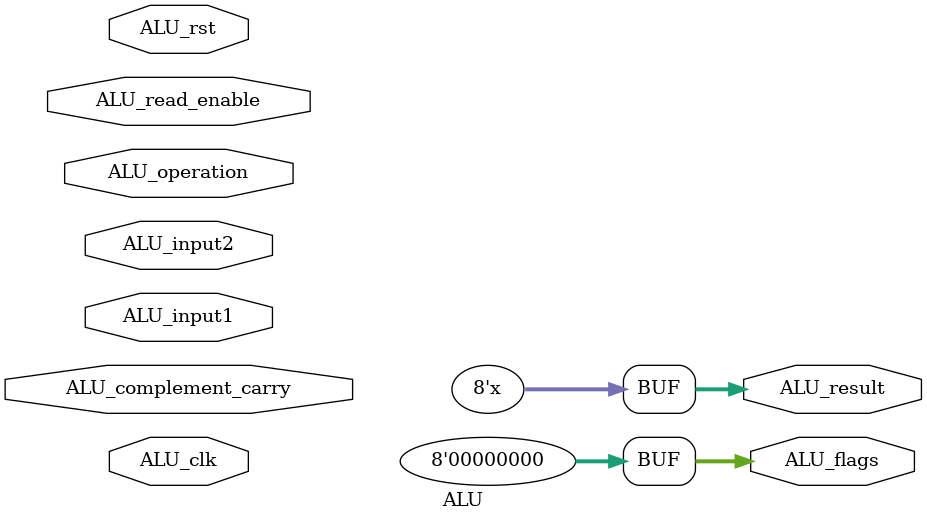
<source format=v>
module ALU(
    input wire ALU_clk,
    input wire ALU_rst,
    input wire [7:0] ALU_input1,
    input wire [7:0] ALU_input2,

    input wire [2:0] ALU_operation, //Add, sub, and, or, nand, nor, xor, xnor
    input wire ALU_read_enable,
    input wire ALU_complement_carry, // Carry from the 2's complement operation

    
    output reg [7:0] ALU_result = 8'b0,
    output reg [7:0] ALU_flags = 8'b0
);

reg [7:0] ALU_input1_reg = 8'b0;
reg [7:0] ALU_input2_reg = 8'b0;
reg [8:0] ALU_result_reg = 8'b0;
reg [7:0] ALU_status_flag = 8'b0;

/*
status flags: bit 0 to bit 7
bit 0 - carry flag
bit 1 - all zeros flag (result register contains all zeros)
bit 2 - all ones flag (result register contains all ones)
bit 3 - parity flag (1 means even number of ones in result, 0 means odd number of ones in the result)
bit 4 - bit 4 - complement carry flag (1 means carry from the 2's complement operation, 0 means no carry)

*/

always @ (*) begin

if (ALU_rst == 1) begin
    ALU_result_reg <= 0;
    ALU_status_flag <= 0;
end
else begin
    ALU_input1_reg <= ALU_input1;
    ALU_input2_reg <= ALU_input2;
    case ({ALU_clk, ALU_operation})
        000 : ALU_result_reg <= ALU_input1_reg + ALU_input2_reg; //add
        001 : ALU_result_reg <= ALU_input1_reg & ALU_input2_reg; //and
        010 : ALU_result_reg <= ALU_input1_reg | ALU_input2_reg; //or
        011 : ALU_result_reg <= ~(ALU_input1_reg & ALU_input2_reg); //nand
        100 : ALU_result_reg <= ~(ALU_input1_reg | ALU_input2_reg); //nor
        101 : ALU_result_reg <= ALU_input1_reg ^ ALU_input2_reg; //xor
        110 : ALU_result_reg <= ~(ALU_input1_reg ^ ALU_input2_reg); //xnor
        111 : ALU_result_reg <= ALU_input1_reg + ALU_input2_reg; //sub
        default: ALU_result_reg <= ALU_input1_reg + ALU_input2_reg; //add as default operation
    endcase
        if (ALU_result_reg[8] == 1) begin
            ALU_status_flag[0] <= 1;
        end else begin
            ALU_status_flag[0] <= 0; //carry flag
        end
        if (ALU_result_reg == 0) begin
            ALU_status_flag[1] <= 1; //all zeros flag
        end else begin
            ALU_status_flag[1] <= 0;
        end
        if (ALU_result_reg == 8'hFF) begin
            ALU_status_flag[2] <= 1; //all ones flag
        end else begin
            ALU_status_flag[2] <= 0;
        end

        // Calculate parity flag
        ALU_status_flag[3] <= (((((((ALU_result_reg[0] ^ ALU_result_reg[1]) ^ ALU_result_reg[2]) ^ ALU_result_reg[3]) ^ALU_result_reg[4]) ^
                                  ALU_result_reg[5]) ^ ALU_result_reg[6]) ^ ALU_result_reg[7]);
        if (ALU_read_enable == 1) begin
            ALU_result <= ALU_result_reg[7:0];
        end
        if (ALU_complement_carry == 1) begin
            ALU_status_flag[4] <= 1'b1; // Add carry from the 2's complement operation
        end
end
end
endmodule
</source>
